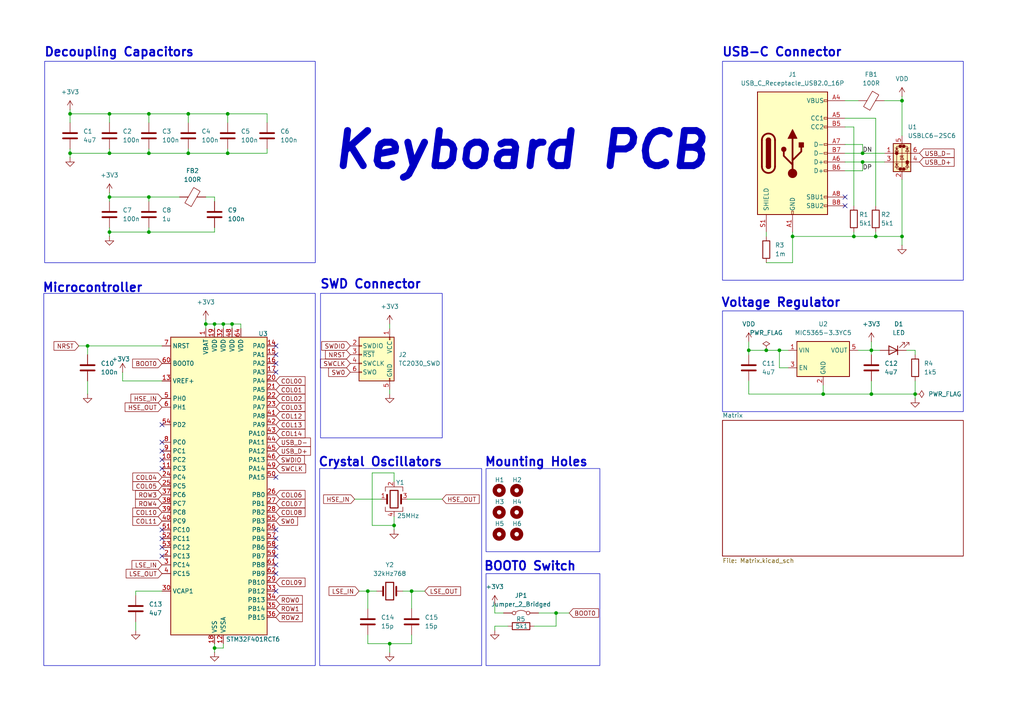
<source format=kicad_sch>
(kicad_sch (version 20231120) (generator "eeschema") (generator_version "8.0")
  (paper "A4")
  (title_block (title "Custom Keyboard") (date "2024-06-22") (rev "v1.0") (company "Sebastian Fromm") (comment 1 "Based on STM32F401"))
  (lib_symbols
    (symbol "Connector:USB_C_Receptacle_USB2.0_16P" (pin_names (offset 1.016))
      (property "Reference" "J" (at 0 22.225 0))
      (property "Value" "USB_C_Receptacle_USB2.0_16P" (at 0 19.685 0))
      (symbol "USB_C_Receptacle_USB2.0_16P_0_0"
        (rectangle (start -0.254 -17.78) (end 0.254 -16.764))
        (rectangle (start 10.16 -14.986) (end 9.144 -15.494))
        (rectangle (start 10.16 -12.446) (end 9.144 -12.954))
        (rectangle (start 10.16 -4.826) (end 9.144 -5.334))
        (rectangle (start 10.16 -2.286) (end 9.144 -2.794))
        (rectangle (start 10.16 0.254) (end 9.144 -0.254))
        (rectangle (start 10.16 2.794) (end 9.144 2.286))
        (rectangle (start 10.16 7.874) (end 9.144 7.366))
        (rectangle (start 10.16 10.414) (end 9.144 9.906))
        (rectangle (start 10.16 15.494) (end 9.144 14.986))
      )
      (symbol "USB_C_Receptacle_USB2.0_16P_0_1"
        (rectangle (start -10.16 17.78) (end 10.16 -17.78) (stroke (width 0.254)) (fill (type background)))
        (arc (start -8.89 -3.81) (mid -6.985 -5.7067) (end -5.08 -3.81) (stroke (width 0.508)))
        (arc (start -7.62 -3.81) (mid -6.985 -4.4423) (end -6.35 -3.81) (stroke (width 0.254)))
        (arc (start -7.62 -3.81) (mid -6.985 -4.4423) (end -6.35 -3.81) (stroke (width 0.254)) (fill (type outline)))
        (rectangle (start -7.62 -3.81) (end -6.35 3.81) (stroke (width 0.254)) (fill (type outline)))
        (arc (start -6.35 3.81) (mid -6.985 4.4423) (end -7.62 3.81) (stroke (width 0.254)))
        (arc (start -6.35 3.81) (mid -6.985 4.4423) (end -7.62 3.81) (stroke (width 0.254)) (fill (type outline)))
        (arc (start -5.08 3.81) (mid -6.985 5.7067) (end -8.89 3.81) (stroke (width 0.508)))
        (circle (center -2.54 1.143) (radius 0.635) (stroke (width 0.254)) (fill (type outline)))
        (circle (center 0 -5.842) (radius 1.27) (fill (type outline)))
        (polyline (pts (xy -8.89 -3.81) (xy -8.89 3.81)) (stroke (width 0.508)))
        (polyline (pts (xy -5.08 3.81) (xy -5.08 -3.81)) (stroke (width 0.508)))
        (polyline (pts (xy 0 -5.842) (xy 0 4.318)) (stroke (width 0.508)))
        (polyline (pts (xy 0 -3.302) (xy -2.54 -0.762) (xy -2.54 0.508)) (stroke (width 0.508)))
        (polyline (pts (xy 0 -2.032) (xy 2.54 0.508) (xy 2.54 1.778)) (stroke (width 0.508)))
        (polyline (pts (xy -1.27 4.318) (xy 0 6.858) (xy 1.27 4.318) (xy -1.27 4.318)) (stroke (width 0.254)) (fill (type outline)))
        (rectangle (start 1.905 1.778) (end 3.175 3.048) (stroke (width 0.254)) (fill (type outline)))
      )
      (symbol "USB_C_Receptacle_USB2.0_16P_1_1"
        (pin passive line (at 0 -22.86 90) (length 5.08) (name "GND") (number "A1"))
        (pin passive line (at 0 -22.86 90) (length 5.08) hide (name "GND") (number "A12"))
        (pin passive line (at 15.24 15.24 180) (length 5.08) (name "VBUS") (number "A4"))
        (pin bidirectional line (at 15.24 10.16 180) (length 5.08) (name "CC1") (number "A5"))
        (pin bidirectional line (at 15.24 -2.54 180) (length 5.08) (name "D+") (number "A6"))
        (pin bidirectional line (at 15.24 2.54 180) (length 5.08) (name "D-") (number "A7"))
        (pin bidirectional line (at 15.24 -12.7 180) (length 5.08) (name "SBU1") (number "A8"))
        (pin passive line (at 15.24 15.24 180) (length 5.08) hide (name "VBUS") (number "A9"))
        (pin passive line (at 0 -22.86 90) (length 5.08) hide (name "GND") (number "B1"))
        (pin passive line (at 0 -22.86 90) (length 5.08) hide (name "GND") (number "B12"))
        (pin passive line (at 15.24 15.24 180) (length 5.08) hide (name "VBUS") (number "B4"))
        (pin bidirectional line (at 15.24 7.62 180) (length 5.08) (name "CC2") (number "B5"))
        (pin bidirectional line (at 15.24 -5.08 180) (length 5.08) (name "D+") (number "B6"))
        (pin bidirectional line (at 15.24 0 180) (length 5.08) (name "D-") (number "B7"))
        (pin bidirectional line (at 15.24 -15.24 180) (length 5.08) (name "SBU2") (number "B8"))
        (pin passive line (at 15.24 15.24 180) (length 5.08) hide (name "VBUS") (number "B9"))
        (pin passive line (at -7.62 -22.86 90) (length 5.08) (name "SHIELD") (number "S1"))
      )
    )
    (symbol "Device:C" (pin_numbers hide) (pin_names (offset 0.254))
      (property "Reference" "C" (at 0.635 2.54 0))
      (property "Value" "C" (at 0.635 -2.54 0))
      (symbol "C_0_1"
        (polyline (pts (xy -2.032 -0.762) (xy 2.032 -0.762)) (stroke (width 0.508)))
        (polyline (pts (xy -2.032 0.762) (xy 2.032 0.762)) (stroke (width 0.508)))
      )
      (symbol "C_1_1"
        (pin passive line (at 0 3.81 270) (length 2.794) (name "~") (number "1"))
        (pin passive line (at 0 -3.81 90) (length 2.794) (name "~") (number "2"))
      )
    )
    (symbol "Device:Crystal" (pin_numbers hide) (pin_names (offset 1.016) hide)
      (property "Reference" "Y" (at 0 3.81 0))
      (property "Value" "Crystal" (at 0 -3.81 0))
      (symbol "Crystal_0_1"
        (rectangle (start -1.143 2.54) (end 1.143 -2.54) (stroke (width 0.3048)))
        (polyline (pts (xy -2.54 0) (xy -1.905 0)))
        (polyline (pts (xy -1.905 -1.27) (xy -1.905 1.27)) (stroke (width 0.508)))
        (polyline (pts (xy 1.905 -1.27) (xy 1.905 1.27)) (stroke (width 0.508)))
        (polyline (pts (xy 2.54 0) (xy 1.905 0)))
      )
      (symbol "Crystal_1_1"
        (pin passive line (at -3.81 0 0) (length 1.27) (name "1") (number "1"))
        (pin passive line (at 3.81 0 180) (length 1.27) (name "2") (number "2"))
      )
    )
    (symbol "Device:Crystal_GND24" (pin_names (offset 1.016) hide)
      (property "Reference" "Y" (at 3.175 5.08 0))
      (property "Value" "Crystal_GND24" (at 3.175 3.175 0))
      (symbol "Crystal_GND24_0_1"
        (rectangle (start -1.143 2.54) (end 1.143 -2.54) (stroke (width 0.3048)))
        (polyline (pts (xy -2.54 0) (xy -2.032 0)))
        (polyline (pts (xy -2.032 -1.27) (xy -2.032 1.27)) (stroke (width 0.508)))
        (polyline (pts (xy 0 -3.81) (xy 0 -3.556)))
        (polyline (pts (xy 0 3.556) (xy 0 3.81)))
        (polyline (pts (xy 2.032 -1.27) (xy 2.032 1.27)) (stroke (width 0.508)))
        (polyline (pts (xy 2.032 0) (xy 2.54 0)))
        (polyline (pts (xy -2.54 -2.286) (xy -2.54 -3.556) (xy 2.54 -3.556) (xy 2.54 -2.286)))
        (polyline (pts (xy -2.54 2.286) (xy -2.54 3.556) (xy 2.54 3.556) (xy 2.54 2.286)))
      )
      (symbol "Crystal_GND24_1_1"
        (pin passive line (at -3.81 0 0) (length 1.27) (name "1") (number "1"))
        (pin passive line (at 0 5.08 270) (length 1.27) (name "2") (number "2"))
        (pin passive line (at 3.81 0 180) (length 1.27) (name "3") (number "3"))
        (pin passive line (at 0 -5.08 90) (length 1.27) (name "4") (number "4"))
      )
    )
    (symbol "Device:FerriteBead" (pin_numbers hide) (pin_names (offset 0))
      (property "Reference" "FB" (at -3.81 0.635 90))
      (property "Value" "FerriteBead" (at 3.81 0 90))
      (symbol "FerriteBead_0_1"
        (polyline (pts (xy 0 -1.27) (xy 0 -1.2192)))
        (polyline (pts (xy 0 1.27) (xy 0 1.2954)))
        (polyline (pts (xy -2.7686 0.4064) (xy -1.7018 2.2606) (xy 2.7686 -0.3048) (xy 1.6764 -2.159) (xy -2.7686 0.4064)))
      )
      (symbol "FerriteBead_1_1"
        (pin passive line (at 0 3.81 270) (length 2.54) (name "~") (number "1"))
        (pin passive line (at 0 -3.81 90) (length 2.54) (name "~") (number "2"))
      )
    )
    (symbol "Device:LED" (pin_numbers hide) (pin_names (offset 1.016) hide)
      (property "Reference" "D" (at 0 2.54 0))
      (property "Value" "LED" (at 0 -2.54 0))
      (symbol "LED_0_1"
        (polyline (pts (xy -1.27 -1.27) (xy -1.27 1.27)) (stroke (width 0.254)))
        (polyline (pts (xy -1.27 0) (xy 1.27 0)))
        (polyline (pts (xy 1.27 -1.27) (xy 1.27 1.27) (xy -1.27 0) (xy 1.27 -1.27)) (stroke (width 0.254)))
        (polyline (pts (xy -3.048 -0.762) (xy -4.572 -2.286) (xy -3.81 -2.286) (xy -4.572 -2.286) (xy -4.572 -1.524)))
        (polyline (pts (xy -1.778 -0.762) (xy -3.302 -2.286) (xy -2.54 -2.286) (xy -3.302 -2.286) (xy -3.302 -1.524)))
      )
      (symbol "LED_1_1"
        (pin passive line (at -3.81 0 0) (length 2.54) (name "K") (number "1"))
        (pin passive line (at 3.81 0 180) (length 2.54) (name "A") (number "2"))
      )
    )
    (symbol "Device:R" (pin_numbers hide) (pin_names (offset 0))
      (property "Reference" "R" (at 2.032 0 90))
      (property "Value" "R" (at 0 0 90))
      (symbol "R_0_1"
        (rectangle (start -1.016 -2.54) (end 1.016 2.54) (stroke (width 0.254)))
      )
      (symbol "R_1_1"
        (pin passive line (at 0 3.81 270) (length 1.27) (name "~") (number "1"))
        (pin passive line (at 0 -3.81 90) (length 1.27) (name "~") (number "2"))
      )
    )
    (symbol "Jumper:Jumper_2_Bridged" (pin_numbers hide) (pin_names (offset 0) hide) (exclude_from_sim yes)
      (property "Reference" "JP" (at 0 1.905 0))
      (property "Value" "Jumper_2_Bridged" (at 0 -2.54 0))
      (symbol "Jumper_2_Bridged_0_0"
        (circle (center -2.032 0) (radius 0.508))
        (circle (center 2.032 0) (radius 0.508))
      )
      (symbol "Jumper_2_Bridged_0_1"
        (arc (start 1.524 0.254) (mid 0 0.762) (end -1.524 0.254))
      )
      (symbol "Jumper_2_Bridged_1_1"
        (pin passive line (at -5.08 0 0) (length 2.54) (name "A") (number "1"))
        (pin passive line (at 5.08 0 180) (length 2.54) (name "B") (number "2"))
      )
    )
    (symbol "MCU_ST_STM32F4:STM32F401RCTx"
      (property "Reference" "U" (at -12.7 44.45 0))
      (property "Value" "STM32F401RCTx" (at 10.16 44.45 0))
      (symbol "STM32F401RCTx_0_1"
        (rectangle (start -12.7 -43.18) (end 15.24 43.18) (stroke (width 0.254)) (fill (type background)))
      )
      (symbol "STM32F401RCTx_1_1"
        (pin power_in line (at -2.54 45.72 270) (length 2.54) (name "VBAT") (number "1"))
        (pin bidirectional line (at -15.24 7.62 0) (length 2.54) (name "PC2") (number "10"))
        (pin bidirectional line (at -15.24 5.08 0) (length 2.54) (name "PC3") (number "11"))
        (pin power_in line (at 2.54 -45.72 90) (length 2.54) (name "VSSA") (number "12"))
        (pin input line (at -15.24 30.48 0) (length 2.54) (name "VREF+") (number "13"))
        (pin bidirectional line (at 17.78 40.64 180) (length 2.54) (name "PA0") (number "14"))
        (pin bidirectional line (at 17.78 38.1 180) (length 2.54) (name "PA1") (number "15"))
        (pin bidirectional line (at 17.78 35.56 180) (length 2.54) (name "PA2") (number "16"))
        (pin bidirectional line (at 17.78 33.02 180) (length 2.54) (name "PA3") (number "17"))
        (pin power_in line (at 0 -45.72 90) (length 2.54) (name "VSS") (number "18"))
        (pin power_in line (at 0 45.72 270) (length 2.54) (name "VDD") (number "19"))
        (pin bidirectional line (at -15.24 -20.32 0) (length 2.54) (name "PC13") (number "2"))
        (pin bidirectional line (at 17.78 30.48 180) (length 2.54) (name "PA4") (number "20"))
        (pin bidirectional line (at 17.78 27.94 180) (length 2.54) (name "PA5") (number "21"))
        (pin bidirectional line (at 17.78 25.4 180) (length 2.54) (name "PA6") (number "22"))
        (pin bidirectional line (at 17.78 22.86 180) (length 2.54) (name "PA7") (number "23"))
        (pin bidirectional line (at -15.24 2.54 0) (length 2.54) (name "PC4") (number "24"))
        (pin bidirectional line (at -15.24 0 0) (length 2.54) (name "PC5") (number "25"))
        (pin bidirectional line (at 17.78 -2.54 180) (length 2.54) (name "PB0") (number "26"))
        (pin bidirectional line (at 17.78 -5.08 180) (length 2.54) (name "PB1") (number "27"))
        (pin bidirectional line (at 17.78 -7.62 180) (length 2.54) (name "PB2") (number "28"))
        (pin bidirectional line (at 17.78 -27.94 180) (length 2.54) (name "PB10") (number "29"))
        (pin bidirectional line (at -15.24 -22.86 0) (length 2.54) (name "PC14") (number "3"))
        (pin power_out line (at -15.24 -30.48 0) (length 2.54) (name "VCAP1") (number "30"))
        (pin passive line (at 0 -45.72 90) (length 2.54) hide (name "VSS") (number "31"))
        (pin power_in line (at 2.54 45.72 270) (length 2.54) (name "VDD") (number "32"))
        (pin bidirectional line (at 17.78 -30.48 180) (length 2.54) (name "PB12") (number "33"))
        (pin bidirectional line (at 17.78 -33.02 180) (length 2.54) (name "PB13") (number "34"))
        (pin bidirectional line (at 17.78 -35.56 180) (length 2.54) (name "PB14") (number "35"))
        (pin bidirectional line (at 17.78 -38.1 180) (length 2.54) (name "PB15") (number "36"))
        (pin bidirectional line (at -15.24 -2.54 0) (length 2.54) (name "PC6") (number "37"))
        (pin bidirectional line (at -15.24 -5.08 0) (length 2.54) (name "PC7") (number "38"))
        (pin bidirectional line (at -15.24 -7.62 0) (length 2.54) (name "PC8") (number "39"))
        (pin bidirectional line (at -15.24 -25.4 0) (length 2.54) (name "PC15") (number "4"))
        (pin bidirectional line (at -15.24 -10.16 0) (length 2.54) (name "PC9") (number "40"))
        (pin bidirectional line (at 17.78 20.32 180) (length 2.54) (name "PA8") (number "41"))
        (pin bidirectional line (at 17.78 17.78 180) (length 2.54) (name "PA9") (number "42"))
        (pin bidirectional line (at 17.78 15.24 180) (length 2.54) (name "PA10") (number "43"))
        (pin bidirectional line (at 17.78 12.7 180) (length 2.54) (name "PA11") (number "44"))
        (pin bidirectional line (at 17.78 10.16 180) (length 2.54) (name "PA12") (number "45"))
        (pin bidirectional line (at 17.78 7.62 180) (length 2.54) (name "PA13") (number "46"))
        (pin passive line (at 0 -45.72 90) (length 2.54) hide (name "VSS") (number "47"))
        (pin power_in line (at 5.08 45.72 270) (length 2.54) (name "VDD") (number "48"))
        (pin bidirectional line (at 17.78 5.08 180) (length 2.54) (name "PA14") (number "49"))
        (pin bidirectional line (at -15.24 25.4 0) (length 2.54) (name "PH0") (number "5"))
        (pin bidirectional line (at 17.78 2.54 180) (length 2.54) (name "PA15") (number "50"))
        (pin bidirectional line (at -15.24 -12.7 0) (length 2.54) (name "PC10") (number "51"))
        (pin bidirectional line (at -15.24 -15.24 0) (length 2.54) (name "PC11") (number "52"))
        (pin bidirectional line (at -15.24 -17.78 0) (length 2.54) (name "PC12") (number "53"))
        (pin bidirectional line (at -15.24 17.78 0) (length 2.54) (name "PD2") (number "54"))
        (pin bidirectional line (at 17.78 -10.16 180) (length 2.54) (name "PB3") (number "55"))
        (pin bidirectional line (at 17.78 -12.7 180) (length 2.54) (name "PB4") (number "56"))
        (pin bidirectional line (at 17.78 -15.24 180) (length 2.54) (name "PB5") (number "57"))
        (pin bidirectional line (at 17.78 -17.78 180) (length 2.54) (name "PB6") (number "58"))
        (pin bidirectional line (at 17.78 -20.32 180) (length 2.54) (name "PB7") (number "59"))
        (pin bidirectional line (at -15.24 22.86 0) (length 2.54) (name "PH1") (number "6"))
        (pin input line (at -15.24 35.56 0) (length 2.54) (name "BOOT0") (number "60"))
        (pin bidirectional line (at 17.78 -22.86 180) (length 2.54) (name "PB8") (number "61"))
        (pin bidirectional line (at 17.78 -25.4 180) (length 2.54) (name "PB9") (number "62"))
        (pin passive line (at 0 -45.72 90) (length 2.54) hide (name "VSS") (number "63"))
        (pin power_in line (at 7.62 45.72 270) (length 2.54) (name "VDD") (number "64"))
        (pin input line (at -15.24 40.64 0) (length 2.54) (name "NRST") (number "7"))
        (pin bidirectional line (at -15.24 12.7 0) (length 2.54) (name "PC0") (number "8"))
        (pin bidirectional line (at -15.24 10.16 0) (length 2.54) (name "PC1") (number "9"))
      )
    )
    (symbol "Mechanical:MountingHole" (pin_names (offset 1.016)) (exclude_from_sim yes) (in_bom no)
      (property "Reference" "H" (at 0 5.08 0))
      (property "Value" "MountingHole" (at 0 3.175 0))
      (symbol "MountingHole_0_1"
        (circle (center 0 0) (radius 1.27) (stroke (width 1.27)))
      )
    )
    (symbol "Power_Protection:USBLC6-2SC6" (pin_names hide)
      (property "Reference" "U" (at 0.635 5.715 0))
      (property "Value" "USBLC6-2SC6" (at 0.635 3.81 0))
      (symbol "USBLC6-2SC6_0_0"
        (circle (center -1.524 0) (radius 0.0001) (stroke (width 0.508)))
        (circle (center -0.508 -4.572) (radius 0.0001) (stroke (width 0.508)))
        (circle (center -0.508 2.032) (radius 0.0001) (stroke (width 0.508)))
        (circle (center 0.508 -4.572) (radius 0.0001) (stroke (width 0.508)))
        (circle (center 0.508 2.032) (radius 0.0001) (stroke (width 0.508)))
        (circle (center 1.524 -2.54) (radius 0.0001) (stroke (width 0.508)))
      )
      (symbol "USBLC6-2SC6_0_1"
        (polyline (pts (xy -2.54 -2.54) (xy 2.54 -2.54)))
        (polyline (pts (xy -2.54 0) (xy 2.54 0)))
        (polyline (pts (xy -2.032 -3.048) (xy -1.016 -3.048)))
        (polyline (pts (xy -1.016 1.524) (xy -2.032 1.524)))
        (polyline (pts (xy 1.016 -3.048) (xy 2.032 -3.048)))
        (polyline (pts (xy 1.016 1.524) (xy 2.032 1.524)))
        (polyline (pts (xy -0.508 -1.143) (xy -0.508 -0.762) (xy 0.508 -0.762)))
        (polyline (pts (xy -2.032 0.508) (xy -1.016 0.508) (xy -1.524 1.524) (xy -2.032 0.508)))
        (polyline (pts (xy -1.016 -4.064) (xy -2.032 -4.064) (xy -1.524 -3.048) (xy -1.016 -4.064)))
        (polyline (pts (xy 0.508 -1.778) (xy -0.508 -1.778) (xy 0 -0.762) (xy 0.508 -1.778)))
        (polyline (pts (xy 2.032 -4.064) (xy 1.016 -4.064) (xy 1.524 -3.048) (xy 2.032 -4.064)))
        (polyline (pts (xy 2.032 0.508) (xy 1.016 0.508) (xy 1.524 1.524) (xy 2.032 0.508)))
        (polyline (pts (xy 0 2.54) (xy -0.508 2.032) (xy 0.508 2.032) (xy 0 1.524) (xy 0 -4.064) (xy -0.508 -4.572) (xy 0.508 -4.572) (xy 0 -5.08)))
      )
      (symbol "USBLC6-2SC6_1_1"
        (rectangle (start -2.54 2.794) (end 2.54 -5.334) (stroke (width 0.254)) (fill (type background)))
        (polyline (pts (xy -0.508 2.032) (xy -1.524 2.032) (xy -1.524 -4.572) (xy -0.508 -4.572)))
        (polyline (pts (xy 0.508 -4.572) (xy 1.524 -4.572) (xy 1.524 2.032) (xy 0.508 2.032)))
        (pin passive line (at -5.08 0 0) (length 2.54) (name "I/O1") (number "1"))
        (pin passive line (at 0 -7.62 90) (length 2.54) (name "GND") (number "2"))
        (pin passive line (at -5.08 -2.54 0) (length 2.54) (name "I/O2") (number "3"))
        (pin passive line (at 5.08 -2.54 180) (length 2.54) (name "I/O2") (number "4"))
        (pin passive line (at 0 5.08 270) (length 2.54) (name "VBUS") (number "5"))
        (pin passive line (at 5.08 0 180) (length 2.54) (name "I/O1") (number "6"))
      )
    )
    (symbol "Regulator_Linear:MIC5365-3.3YC5"
      (property "Reference" "U" (at -6.35 6.35 0))
      (property "Value" "MIC5365-3.3YC5" (at 0 6.35 0))
      (symbol "MIC5365-3.3YC5_0_1"
        (rectangle (start -7.62 -5.08) (end 7.62 5.08) (stroke (width 0.254)) (fill (type background)))
      )
      (symbol "MIC5365-3.3YC5_1_1"
        (pin power_in line (at -10.16 2.54 0) (length 2.54) (name "VIN") (number "1"))
        (pin power_in line (at 0 -7.62 90) (length 2.54) (name "GND") (number "2"))
        (pin input line (at -10.16 -2.54 0) (length 2.54) (name "EN") (number "3"))
        (pin no_connect line (at 7.62 -2.54 180) (length 2.54) hide (name "NC") (number "4"))
        (pin power_out line (at 10.16 2.54 180) (length 2.54) (name "VOUT") (number "5"))
      )
    )
    (symbol "marbastlib-various:TC2030_SWD" (pin_names (offset 1.016))
      (property "Reference" "J" (at -3.81 -6.35 0))
      (property "Value" "TC2030_SWD" (at -10.16 8.89 0))
      (symbol "TC2030_SWD_0_1"
        (rectangle (start -3.81 7.62) (end 6.35 -5.08) (stroke (width 0.254)) (fill (type background)))
        (rectangle (start -3.048 -2.667) (end -3.81 -2.413))
        (rectangle (start -3.048 -0.127) (end -3.81 0.127))
        (rectangle (start -3.048 2.413) (end -3.81 2.667))
        (rectangle (start -3.048 4.953) (end -3.81 5.207))
        (rectangle (start 4.953 -5.08) (end 5.207 -4.318))
        (rectangle (start 4.953 6.858) (end 5.207 7.62))
      )
      (symbol "TC2030_SWD_1_1"
        (pin passive line (at 5.08 10.16 270) (length 2.54) (name "VCC") (number "1"))
        (pin passive line (at -6.35 5.08 0) (length 2.54) (name "SWDIO") (number "2"))
        (pin passive line (at -6.35 2.54 0) (length 2.54) (name "~{RST}") (number "3"))
        (pin passive line (at -6.35 0 0) (length 2.54) (name "SWCLK") (number "4"))
        (pin passive line (at 5.08 -7.62 90) (length 2.54) (name "GND") (number "5"))
        (pin passive line (at -6.35 -2.54 0) (length 2.54) (name "SWO") (number "6"))
      )
    )
    (symbol "power:+3V3" (power) (pin_numbers hide) (pin_names (offset 0) hide)
      (property "Value" "+3V3" (at 0 3.556 0))
      (symbol "+3V3_0_1"
        (polyline (pts (xy -0.762 1.27) (xy 0 2.54)))
        (polyline (pts (xy 0 0) (xy 0 2.54)))
        (polyline (pts (xy 0 2.54) (xy 0.762 1.27)))
      )
      (symbol "+3V3_1_1"
        (pin power_in line (at 0 0 90) (length 0) (name "~") (number "1"))
      )
    )
    (symbol "power:GND" (power) (pin_numbers hide) (pin_names (offset 0) hide)
      (property "Value" "GND" (at 0 -3.81 0))
      (symbol "GND_0_1"
        (polyline (pts (xy 0 0) (xy 0 -1.27) (xy 1.27 -1.27) (xy 0 -2.54) (xy -1.27 -1.27) (xy 0 -1.27)))
      )
      (symbol "GND_1_1"
        (pin power_in line (at 0 0 270) (length 0) (name "~") (number "1"))
      )
    )
    (symbol "power:PWR_FLAG" (power) (pin_numbers hide) (pin_names (offset 0) hide)
      (property "Value" "PWR_FLAG" (at 0 3.81 0))
      (symbol "PWR_FLAG_0_0"
        (pin power_out line (at 0 0 90) (length 0) (name "~") (number "1"))
      )
      (symbol "PWR_FLAG_0_1"
        (polyline (pts (xy 0 0) (xy 0 1.27) (xy -1.016 1.905) (xy 0 2.54) (xy 1.016 1.905) (xy 0 1.27)))
      )
    )
    (symbol "power:VDD" (power) (pin_numbers hide) (pin_names (offset 0) hide)
      (property "Value" "VDD" (at 0 3.556 0))
      (symbol "VDD_0_1"
        (polyline (pts (xy -0.762 1.27) (xy 0 2.54)))
        (polyline (pts (xy 0 0) (xy 0 2.54)))
        (polyline (pts (xy 0 2.54) (xy 0.762 1.27)))
      )
      (symbol "VDD_1_1"
        (pin power_in line (at 0 0 90) (length 0) (name "~") (number "1"))
      )
    )
  )
  (junction (at 254 68.58))
  (junction (at 252.73 101.6))
  (junction (at 43.18 67.31))
  (junction (at 261.62 68.58))
  (junction (at 20.32 44.45))
  (junction (at 250.19 44.45))
  (junction (at 261.62 29.21))
  (junction (at 59.69 93.98))
  (junction (at 31.75 44.45))
  (junction (at 20.32 33.02))
  (junction (at 114.3 152.4))
  (junction (at 31.75 57.15))
  (junction (at 247.65 68.58))
  (junction (at 252.73 114.3))
  (junction (at 54.61 33.02))
  (junction (at 31.75 33.02))
  (junction (at 67.31 93.98))
  (junction (at 62.23 187.96))
  (junction (at 106.68 171.45))
  (junction (at 119.38 171.45))
  (junction (at 217.17 101.6))
  (junction (at 43.18 44.45))
  (junction (at 161.29 177.8))
  (junction (at 66.04 44.45))
  (junction (at 64.77 93.98))
  (junction (at 31.75 67.31))
  (junction (at 43.18 57.15))
  (junction (at 25.4 100.33))
  (junction (at 66.04 33.02))
  (junction (at 265.43 114.3))
  (junction (at 43.18 33.02))
  (junction (at 62.23 93.98))
  (junction (at 113.03 186.69))
  (junction (at 226.06 101.6))
  (junction (at 238.76 114.3))
  (junction (at 250.19 46.99))
  (junction (at 229.87 68.58))
  (junction (at 54.61 44.45))
  (junction (at 222.25 101.6))
  (no_connect (at 80.01 102.87))
  (no_connect (at 46.99 156.21))
  (no_connect (at 80.01 105.41))
  (no_connect (at 46.99 135.89))
  (no_connect (at 80.01 171.45))
  (no_connect (at 46.99 158.75))
  (no_connect (at 245.11 59.69))
  (no_connect (at 80.01 166.37))
  (no_connect (at 80.01 163.83))
  (no_connect (at 245.11 57.15))
  (no_connect (at 46.99 128.27))
  (no_connect (at 46.99 130.81))
  (no_connect (at 80.01 153.67))
  (no_connect (at 80.01 158.75))
  (no_connect (at 46.99 123.19))
  (no_connect (at 80.01 138.43))
  (no_connect (at 80.01 156.21))
  (no_connect (at 46.99 161.29))
  (no_connect (at 80.01 100.33))
  (no_connect (at 46.99 133.35))
  (no_connect (at 46.99 153.67))
  (no_connect (at 80.01 107.95))
  (no_connect (at 80.01 161.29))
  (wire (pts (xy 62.23 187.96) (xy 64.77 187.96)))
  (wire (pts (xy 54.61 33.02) (xy 66.04 33.02)))
  (wire (pts (xy 102.87 144.78) (xy 110.49 144.78)))
  (wire (pts (xy 31.75 66.04) (xy 31.75 67.31)))
  (wire (pts (xy 143.51 182.88) (xy 143.51 181.61)))
  (wire (pts (xy 252.73 99.06) (xy 252.73 101.6)))
  (wire (pts (xy 54.61 33.02) (xy 54.61 35.56)))
  (wire (pts (xy 245.11 49.53) (xy 250.19 49.53)))
  (wire (pts (xy 245.11 41.91) (xy 250.19 41.91)))
  (wire (pts (xy 69.85 93.98) (xy 69.85 95.25)))
  (wire (pts (xy 43.18 44.45) (xy 54.61 44.45)))
  (wire (pts (xy 77.47 44.45) (xy 77.47 43.18)))
  (wire (pts (xy 59.69 57.15) (xy 62.23 57.15)))
  (wire (pts (xy 106.68 186.69) (xy 106.68 184.15)))
  (wire (pts (xy 250.19 44.45) (xy 256.54 44.45)))
  (wire (pts (xy 43.18 57.15) (xy 52.07 57.15)))
  (wire (pts (xy 59.69 93.98) (xy 59.69 95.25)))
  (wire (pts (xy 229.87 68.58) (xy 247.65 68.58)))
  (wire (pts (xy 250.19 46.99) (xy 256.54 46.99)))
  (wire (pts (xy 265.43 101.6) (xy 265.43 102.87)))
  (wire (pts (xy 20.32 33.02) (xy 31.75 33.02)))
  (wire (pts (xy 20.32 33.02) (xy 20.32 35.56)))
  (wire (pts (xy 261.62 29.21) (xy 256.54 29.21)))
  (wire (pts (xy 252.73 114.3) (xy 265.43 114.3)))
  (wire (pts (xy 62.23 187.96) (xy 62.23 189.23)))
  (wire (pts (xy 222.25 76.2) (xy 229.87 76.2)))
  (wire (pts (xy 118.11 144.78) (xy 128.27 144.78)))
  (wire (pts (xy 62.23 186.69) (xy 62.23 187.96)))
  (wire (pts (xy 62.23 57.15) (xy 62.23 58.42)))
  (wire (pts (xy 113.03 186.69) (xy 119.38 186.69)))
  (wire (pts (xy 106.68 171.45) (xy 106.68 176.53)))
  (wire (pts (xy 247.65 67.31) (xy 247.65 68.58)))
  (wire (pts (xy 143.51 177.8) (xy 146.05 177.8)))
  (wire (pts (xy 39.37 180.34) (xy 39.37 182.88)))
  (wire (pts (xy 113.03 113.03) (xy 113.03 114.3)))
  (wire (pts (xy 245.11 36.83) (xy 247.65 36.83)))
  (wire (pts (xy 245.11 46.99) (xy 250.19 46.99)))
  (wire (pts (xy 154.94 181.61) (xy 161.29 181.61)))
  (wire (pts (xy 66.04 44.45) (xy 77.47 44.45)))
  (wire (pts (xy 245.11 44.45) (xy 250.19 44.45)))
  (wire (pts (xy 238.76 114.3) (xy 238.76 111.76)))
  (wire (pts (xy 265.43 114.3) (xy 265.43 110.49)))
  (wire (pts (xy 247.65 68.58) (xy 254 68.58)))
  (wire (pts (xy 217.17 102.87) (xy 217.17 101.6)))
  (wire (pts (xy 252.73 101.6) (xy 252.73 102.87)))
  (wire (pts (xy 39.37 171.45) (xy 46.99 171.45)))
  (wire (pts (xy 31.75 57.15) (xy 31.75 58.42)))
  (wire (pts (xy 20.32 43.18) (xy 20.32 44.45)))
  (wire (pts (xy 62.23 67.31) (xy 62.23 66.04)))
  (wire (pts (xy 114.3 137.16) (xy 107.95 137.16)))
  (wire (pts (xy 226.06 106.68) (xy 228.6 106.68)))
  (wire (pts (xy 226.06 101.6) (xy 228.6 101.6)))
  (wire (pts (xy 31.75 33.02) (xy 31.75 35.56)))
  (wire (pts (xy 262.89 101.6) (xy 265.43 101.6)))
  (wire (pts (xy 20.32 44.45) (xy 20.32 45.72)))
  (wire (pts (xy 113.03 186.69) (xy 106.68 186.69)))
  (wire (pts (xy 31.75 67.31) (xy 43.18 67.31)))
  (wire (pts (xy 107.95 137.16) (xy 107.95 152.4)))
  (wire (pts (xy 113.03 93.98) (xy 113.03 95.25)))
  (wire (pts (xy 43.18 33.02) (xy 54.61 33.02)))
  (wire (pts (xy 107.95 152.4) (xy 114.3 152.4)))
  (wire (pts (xy 114.3 152.4) (xy 114.3 153.67)))
  (wire (pts (xy 62.23 93.98) (xy 62.23 95.25)))
  (wire (pts (xy 31.75 67.31) (xy 31.75 68.58)))
  (wire (pts (xy 20.32 31.75) (xy 20.32 33.02)))
  (wire (pts (xy 43.18 43.18) (xy 43.18 44.45)))
  (wire (pts (xy 54.61 44.45) (xy 66.04 44.45)))
  (wire (pts (xy 114.3 139.7) (xy 114.3 137.16)))
  (wire (pts (xy 217.17 99.06) (xy 217.17 101.6)))
  (wire (pts (xy 35.56 107.95) (xy 35.56 110.49)))
  (wire (pts (xy 59.69 93.98) (xy 62.23 93.98)))
  (wire (pts (xy 77.47 33.02) (xy 77.47 35.56)))
  (wire (pts (xy 265.43 114.3) (xy 265.43 115.57)))
  (wire (pts (xy 31.75 55.88) (xy 31.75 57.15)))
  (wire (pts (xy 35.56 110.49) (xy 46.99 110.49)))
  (wire (pts (xy 238.76 114.3) (xy 252.73 114.3)))
  (wire (pts (xy 114.3 149.86) (xy 114.3 152.4)))
  (wire (pts (xy 143.51 181.61) (xy 147.32 181.61)))
  (wire (pts (xy 245.11 29.21) (xy 248.92 29.21)))
  (wire (pts (xy 250.19 49.53) (xy 250.19 46.99)))
  (wire (pts (xy 254 34.29) (xy 254 59.69)))
  (wire (pts (xy 43.18 67.31) (xy 43.18 66.04)))
  (wire (pts (xy 66.04 33.02) (xy 77.47 33.02)))
  (wire (pts (xy 252.73 114.3) (xy 252.73 110.49)))
  (wire (pts (xy 261.62 68.58) (xy 261.62 71.12)))
  (wire (pts (xy 59.69 92.71) (xy 59.69 93.98)))
  (wire (pts (xy 67.31 93.98) (xy 67.31 95.25)))
  (wire (pts (xy 43.18 67.31) (xy 62.23 67.31)))
  (wire (pts (xy 229.87 68.58) (xy 229.87 67.31)))
  (wire (pts (xy 64.77 93.98) (xy 64.77 95.25)))
  (wire (pts (xy 252.73 101.6) (xy 255.27 101.6)))
  (wire (pts (xy 250.19 41.91) (xy 250.19 44.45)))
  (wire (pts (xy 104.14 171.45) (xy 106.68 171.45)))
  (wire (pts (xy 54.61 43.18) (xy 54.61 44.45)))
  (wire (pts (xy 31.75 57.15) (xy 43.18 57.15)))
  (wire (pts (xy 247.65 36.83) (xy 247.65 59.69)))
  (wire (pts (xy 226.06 101.6) (xy 226.06 106.68)))
  (wire (pts (xy 119.38 171.45) (xy 123.19 171.45)))
  (wire (pts (xy 62.23 93.98) (xy 64.77 93.98)))
  (wire (pts (xy 66.04 43.18) (xy 66.04 44.45)))
  (wire (pts (xy 67.31 93.98) (xy 69.85 93.98)))
  (wire (pts (xy 229.87 76.2) (xy 229.87 68.58)))
  (wire (pts (xy 161.29 177.8) (xy 165.1 177.8)))
  (wire (pts (xy 20.32 44.45) (xy 31.75 44.45)))
  (wire (pts (xy 222.25 67.31) (xy 222.25 68.58)))
  (wire (pts (xy 261.62 29.21) (xy 261.62 39.37)))
  (wire (pts (xy 245.11 34.29) (xy 254 34.29)))
  (wire (pts (xy 31.75 33.02) (xy 43.18 33.02)))
  (wire (pts (xy 217.17 101.6) (xy 222.25 101.6)))
  (wire (pts (xy 64.77 187.96) (xy 64.77 186.69)))
  (wire (pts (xy 217.17 114.3) (xy 238.76 114.3)))
  (wire (pts (xy 248.92 101.6) (xy 252.73 101.6)))
  (wire (pts (xy 39.37 172.72) (xy 39.37 171.45)))
  (wire (pts (xy 261.62 68.58) (xy 261.62 52.07)))
  (wire (pts (xy 254 67.31) (xy 254 68.58)))
  (wire (pts (xy 161.29 181.61) (xy 161.29 177.8)))
  (wire (pts (xy 143.51 175.26) (xy 143.51 177.8)))
  (wire (pts (xy 66.04 33.02) (xy 66.04 35.56)))
  (wire (pts (xy 25.4 100.33) (xy 46.99 100.33)))
  (wire (pts (xy 43.18 57.15) (xy 43.18 58.42)))
  (wire (pts (xy 254 68.58) (xy 261.62 68.58)))
  (wire (pts (xy 22.86 100.33) (xy 25.4 100.33)))
  (wire (pts (xy 217.17 110.49) (xy 217.17 114.3)))
  (wire (pts (xy 31.75 43.18) (xy 31.75 44.45)))
  (wire (pts (xy 31.75 44.45) (xy 43.18 44.45)))
  (wire (pts (xy 261.62 27.94) (xy 261.62 29.21)))
  (wire (pts (xy 106.68 171.45) (xy 109.22 171.45)))
  (wire (pts (xy 222.25 101.6) (xy 226.06 101.6)))
  (wire (pts (xy 113.03 189.23) (xy 113.03 186.69)))
  (wire (pts (xy 119.38 171.45) (xy 119.38 176.53)))
  (wire (pts (xy 64.77 93.98) (xy 67.31 93.98)))
  (wire (pts (xy 116.84 171.45) (xy 119.38 171.45)))
  (wire (pts (xy 156.21 177.8) (xy 161.29 177.8)))
  (wire (pts (xy 25.4 110.49) (xy 25.4 114.3)))
  (wire (pts (xy 119.38 186.69) (xy 119.38 184.15)))
  (wire (pts (xy 43.18 33.02) (xy 43.18 35.56)))
  (wire (pts (xy 25.4 102.87) (xy 25.4 100.33)))
  (rectangle (start 140.97 135.89) (end 173.99 160.02))
  (rectangle (start 140.97 166.37) (end 173.99 193.04))
  (rectangle (start 12.954 17.78) (end 91.44 76.2))
  (rectangle (start 209.55 90.17) (end 279.4 119.38))
  (rectangle (start 12.7 85.09) (end 91.44 193.04))
  (rectangle (start 92.71 135.89) (end 139.7 193.04))
  (rectangle (start 92.964 85.09) (end 128.27 127))
  (rectangle (start 209.55 17.78) (end 279.4 81.28))
  (text "Mounting Holes" (at 140.462 134.112 0) (effects (font (size 2.54 2.54) (thickness 0.508) (bold yes)) (justify left)))
  (text "Microcontroller" (at 12.192 83.566 0) (effects (font (size 2.54 2.54) (thickness 0.508) (bold yes)) (justify left)))
  (text "SWD Connector" (at 92.71 82.55 0) (effects (font (size 2.54 2.54) (thickness 0.508) (bold yes)) (justify left)))
  (text "Crystal Oscillators" (at 92.202 134.112 0) (effects (font (size 2.54 2.54) (thickness 0.508) (bold yes)) (justify left)))
  (text "USB-C Connector" (at 209.296 15.24 0) (effects (font (size 2.54 2.54) (thickness 0.508) (bold yes)) (justify left)))
  (text "Keyboard PCB" (at 151.13 43.688 0) (effects (font (size 10.16 10.16) (thickness 2.032) (bold yes) (italic yes))))
  (text "Voltage Regulator" (at 209.042 87.884 0) (effects (font (size 2.54 2.54) (thickness 0.508) (bold yes)) (justify left)))
  (text "Decoupling Capacitors" (at 12.7 15.24 0) (effects (font (size 2.54 2.54) (thickness 0.508) (bold yes)) (justify left)))
  (text "BOOT0 Switch\n" (at 140.208 164.338 0) (effects (font (size 2.54 2.54) (thickness 0.508) (bold yes)) (justify left)))
  (label "DP" (at 250.19 49.53 0))
  (label "DN" (at 250.19 44.45 0))
  (global_label "COL10" (shape input) (at 46.99 148.59 180) (property "Intersheetrefs" "${INTERSHEET_REFS}" (effects (hide yes))))
  (global_label "COL13" (shape input) (at 80.01 123.19 0) (property "Intersheetrefs" "${INTERSHEET_REFS}" (effects (hide yes))))
  (global_label "COL11" (shape input) (at 46.99 151.13 180) (property "Intersheetrefs" "${INTERSHEET_REFS}" (effects (hide yes))))
  (global_label "HSE_IN" (shape input) (at 46.99 115.57 180) (property "Intersheetrefs" "${INTERSHEET_REFS}" (effects (hide yes))))
  (global_label "SWCLK" (shape input) (at 101.6 105.41 180) (property "Intersheetrefs" "${INTERSHEET_REFS}" (effects (hide yes))))
  (global_label "COL12" (shape input) (at 80.01 120.65 0) (property "Intersheetrefs" "${INTERSHEET_REFS}" (effects (hide yes))))
  (global_label "COL00" (shape input) (at 80.01 110.49 0) (property "Intersheetrefs" "${INTERSHEET_REFS}" (effects (hide yes))))
  (global_label "ROW3" (shape input) (at 46.99 143.51 180) (property "Intersheetrefs" "${INTERSHEET_REFS}" (effects (hide yes))))
  (global_label "USB_D-" (shape input) (at 80.01 128.27 0) (property "Intersheetrefs" "${INTERSHEET_REFS}" (effects (hide yes))))
  (global_label "ROW0" (shape input) (at 80.01 173.99 0) (property "Intersheetrefs" "${INTERSHEET_REFS}" (effects (hide yes))))
  (global_label "NRST" (shape input) (at 22.86 100.33 180) (property "Intersheetrefs" "${INTERSHEET_REFS}" (effects (hide yes))))
  (global_label "ROW2" (shape input) (at 80.01 179.07 0) (property "Intersheetrefs" "${INTERSHEET_REFS}" (effects (hide yes))))
  (global_label "COL06" (shape input) (at 80.01 143.51 0) (property "Intersheetrefs" "${INTERSHEET_REFS}" (effects (hide yes))))
  (global_label "COL08" (shape input) (at 80.01 148.59 0) (property "Intersheetrefs" "${INTERSHEET_REFS}" (effects (hide yes))))
  (global_label "USB_D+" (shape input) (at 80.01 130.81 0) (property "Intersheetrefs" "${INTERSHEET_REFS}" (effects (hide yes))))
  (global_label "SWDIO" (shape input) (at 101.6 100.33 180) (property "Intersheetrefs" "${INTERSHEET_REFS}" (effects (hide yes))))
  (global_label "LSE_OUT" (shape input) (at 46.99 166.37 180) (property "Intersheetrefs" "${INTERSHEET_REFS}" (effects (hide yes))))
  (global_label "COL04" (shape input) (at 46.99 138.43 180) (property "Intersheetrefs" "${INTERSHEET_REFS}" (effects (hide yes))))
  (global_label "HSE_IN" (shape input) (at 102.87 144.78 180) (property "Intersheetrefs" "${INTERSHEET_REFS}" (effects (hide yes))))
  (global_label "SW0" (shape input) (at 80.01 151.13 0) (property "Intersheetrefs" "${INTERSHEET_REFS}" (effects (hide yes))))
  (global_label "COL05" (shape input) (at 46.99 140.97 180) (property "Intersheetrefs" "${INTERSHEET_REFS}" (effects (hide yes))))
  (global_label "SW0" (shape input) (at 101.6 107.95 180) (property "Intersheetrefs" "${INTERSHEET_REFS}" (effects (hide yes))))
  (global_label "COL03" (shape input) (at 80.01 118.11 0) (property "Intersheetrefs" "${INTERSHEET_REFS}" (effects (hide yes))))
  (global_label "HSE_OUT" (shape input) (at 128.27 144.78 0) (property "Intersheetrefs" "${INTERSHEET_REFS}" (effects (hide yes))))
  (global_label "NRST" (shape input) (at 101.6 102.87 180) (property "Intersheetrefs" "${INTERSHEET_REFS}" (effects (hide yes))))
  (global_label "COL01" (shape input) (at 80.01 113.03 0) (property "Intersheetrefs" "${INTERSHEET_REFS}" (effects (hide yes))))
  (global_label "SWDIO" (shape input) (at 80.01 133.35 0) (property "Intersheetrefs" "${INTERSHEET_REFS}" (effects (hide yes))))
  (global_label "BOOT0" (shape input) (at 46.99 105.41 180) (property "Intersheetrefs" "${INTERSHEET_REFS}" (effects (hide yes))))
  (global_label "LSE_IN" (shape input) (at 46.99 163.83 180) (property "Intersheetrefs" "${INTERSHEET_REFS}" (effects (hide yes))))
  (global_label "LSE_OUT" (shape input) (at 123.19 171.45 0) (property "Intersheetrefs" "${INTERSHEET_REFS}" (effects (hide yes))))
  (global_label "ROW4" (shape input) (at 46.99 146.05 180) (property "Intersheetrefs" "${INTERSHEET_REFS}" (effects (hide yes))))
  (global_label "USB_D+" (shape input) (at 266.7 46.99 0) (property "Intersheetrefs" "${INTERSHEET_REFS}" (effects (hide yes))))
  (global_label "HSE_OUT" (shape input) (at 46.99 118.11 180) (property "Intersheetrefs" "${INTERSHEET_REFS}" (effects (hide yes))))
  (global_label "SWCLK" (shape input) (at 80.01 135.89 0) (property "Intersheetrefs" "${INTERSHEET_REFS}" (effects (hide yes))))
  (global_label "LSE_IN" (shape input) (at 104.14 171.45 180) (property "Intersheetrefs" "${INTERSHEET_REFS}" (effects (hide yes))))
  (global_label "COL07" (shape input) (at 80.01 146.05 0) (property "Intersheetrefs" "${INTERSHEET_REFS}" (effects (hide yes))))
  (global_label "COL14" (shape input) (at 80.01 125.73 0) (property "Intersheetrefs" "${INTERSHEET_REFS}" (effects (hide yes))))
  (global_label "ROW1" (shape input) (at 80.01 176.53 0) (property "Intersheetrefs" "${INTERSHEET_REFS}" (effects (hide yes))))
  (global_label "COL02" (shape input) (at 80.01 115.57 0) (property "Intersheetrefs" "${INTERSHEET_REFS}" (effects (hide yes))))
  (global_label "BOOT0" (shape input) (at 165.1 177.8 0) (property "Intersheetrefs" "${INTERSHEET_REFS}" (effects (hide yes))))
  (global_label "COL09" (shape input) (at 80.01 168.91 0) (property "Intersheetrefs" "${INTERSHEET_REFS}" (effects (hide yes))))
  (global_label "USB_D-" (shape input) (at 266.7 44.45 0) (property "Intersheetrefs" "${INTERSHEET_REFS}" (effects (hide yes))))
  (symbol (lib_id "Mechanical:MountingHole") (at 144.78 148.59 0) (unit 1) (exclude_from_sim yes) (in_bom no)
    (property "Reference" "H3" (at 143.51 145.542 0) (effects (justify left)))
    (property "Value" "MountingHole" (effects (hide yes)))
    (property "Footprint" "MountingHole:MountingHole_2.2mm_M2" (effects (hide yes)))
    (property "Description" "Mounting Hole without connection" (effects (hide yes)))
  )
  (symbol (lib_id "power:+3V3") (at 113.03 93.98 0) (unit 1)
    (property "Reference" "#PWR08" (effects (hide yes)))
    (property "Value" "+3V3" (at 113.03 88.9 0))
    (property "Description" "Power symbol creates a global label with name \"+3V3\"" (effects (hide yes)))
  )
  (symbol (lib_id "power:GND") (at 39.37 182.88 0) (unit 1)
    (property "Reference" "#PWR017" (effects (hide yes)))
    (property "Value" "GND" (effects (hide yes)))
    (property "Description" "Power symbol creates a global label with name \"GND\" , ground" (effects (hide yes)))
  )
  (symbol (lib_id "power:PWR_FLAG") (at 222.25 101.6 0) (unit 1)
    (property "Reference" "#FLG01" (effects (hide yes)))
    (property "Value" "PWR_FLAG" (at 222.25 96.52 0))
    (property "Description" "Special symbol for telling ERC where power comes from" (effects (hide yes)))
  )
  (symbol (lib_id "Device:C") (at 39.37 176.53 0) (unit 1)
    (property "Reference" "C13" (at 43.18 175.2599 0) (effects (justify left)))
    (property "Value" "4u7" (at 43.18 177.7999 0) (effects (justify left)))
    (property "Footprint" "Capacitor_SMD:C_0805_2012Metric" (effects (hide yes)))
    (property "Description" "Unpolarized capacitor" (effects (hide yes)))
  )
  (symbol (lib_id "Mechanical:MountingHole") (at 144.78 142.24 0) (unit 1) (exclude_from_sim yes) (in_bom no)
    (property "Reference" "H1" (at 143.51 139.192 0) (effects (justify left)))
    (property "Value" "MountingHole" (effects (hide yes)))
    (property "Footprint" "MountingHole:MountingHole_2.2mm_M2" (effects (hide yes)))
    (property "Description" "Mounting Hole without connection" (effects (hide yes)))
  )
  (symbol (lib_id "Device:FerriteBead") (at 252.73 29.21 90) (unit 1)
    (property "Reference" "FB1" (at 252.6792 21.59 90))
    (property "Value" "100R" (at 252.6792 24.13 90))
    (property "Footprint" "Inductor_SMD:L_1206_3216Metric" (effects (hide yes)))
    (property "Description" "Ferrite bead" (effects (hide yes)))
  )
  (symbol (lib_id "Power_Protection:USBLC6-2SC6") (at 261.62 44.45 0) (unit 1)
    (property "Reference" "U1" (at 263.2711 36.83 0) (effects (justify left)))
    (property "Value" "USBLC6-2SC6" (at 263.2711 39.37 0) (effects (justify left)))
    (property "Footprint" "Package_TO_SOT_SMD:SOT-23-6" (effects (hide yes)))
    (property "Datasheet" "https://www.st.com/resource/en/datasheet/usblc6-2.pdf" (effects (hide yes)))
    (property "Description" "Very low capacitance ESD protection diode, 2 data-line, SOT-23-6" (effects (hide yes)))
  )
  (symbol (lib_id "Device:C") (at 43.18 39.37 0) (unit 1)
    (property "Reference" "C3" (at 46.99 38.0999 0) (effects (justify left)))
    (property "Value" "100n" (at 46.99 40.6399 0) (effects (justify left)))
    (property "Footprint" "Capacitor_SMD:C_0805_2012Metric" (effects (hide yes)))
    (property "Description" "Unpolarized capacitor" (effects (hide yes)))
  )
  (symbol (lib_id "Device:R") (at 151.13 181.61 90) (unit 1)
    (property "Reference" "R5" (at 152.4 179.578 90) (effects (justify left)))
    (property "Value" "5k1" (at 153.162 181.61 90) (effects (justify left)))
    (property "Footprint" "Resistor_SMD:R_1206_3216Metric" (effects (hide yes)))
    (property "Description" "Resistor" (effects (hide yes)))
  )
  (symbol (lib_id "Device:C") (at 106.68 180.34 0) (unit 1)
    (property "Reference" "C14" (at 110.49 179.0699 0) (effects (justify left)))
    (property "Value" "15p" (at 110.49 181.6099 0) (effects (justify left)))
    (property "Footprint" "Capacitor_SMD:C_0805_2012Metric" (effects (hide yes)))
    (property "Description" "Unpolarized capacitor" (effects (hide yes)))
  )
  (symbol (lib_id "Mechanical:MountingHole") (at 149.86 142.24 0) (unit 1) (exclude_from_sim yes) (in_bom no)
    (property "Reference" "H2" (at 148.59 139.192 0) (effects (justify left)))
    (property "Value" "MountingHole" (effects (hide yes)))
    (property "Footprint" "MountingHole:MountingHole_2.2mm_M2" (effects (hide yes)))
    (property "Description" "Mounting Hole without connection" (effects (hide yes)))
  )
  (symbol (lib_id "Connector:USB_C_Receptacle_USB2.0_16P") (at 229.87 44.45 0) (unit 1)
    (property "Reference" "J1" (at 229.87 21.59 0))
    (property "Value" "USB_C_Receptacle_USB2.0_16P" (at 229.87 24.13 0))
    (property "Footprint" "marbastlib-various:USB_C_Receptacle_HRO_TYPE-C-31-M-12" (effects (hide yes)))
    (property "Datasheet" "https://www.usb.org/sites/default/files/documents/usb_type-c.zip" (effects (hide yes)))
    (property "Description" "USB 2.0-only 16P Type-C Receptacle connector" (effects (hide yes)))
  )
  (symbol (lib_id "power:VDD") (at 217.17 99.06 0) (unit 1)
    (property "Reference" "#PWR09" (effects (hide yes)))
    (property "Value" "VDD" (at 217.17 93.98 0))
    (property "Description" "Power symbol creates a global label with name \"VDD\"" (effects (hide yes)))
  )
  (symbol (lib_id "Device:C") (at 119.38 180.34 0) (unit 1)
    (property "Reference" "C15" (at 123.19 179.0699 0) (effects (justify left)))
    (property "Value" "15p" (at 123.19 181.6099 0) (effects (justify left)))
    (property "Footprint" "Capacitor_SMD:C_0805_2012Metric" (effects (hide yes)))
    (property "Description" "Unpolarized capacitor" (effects (hide yes)))
  )
  (symbol (lib_id "power:+3V3") (at 35.56 107.95 0) (unit 1)
    (property "Reference" "#PWR011" (effects (hide yes)))
    (property "Value" "+3V3" (at 35.052 104.14 0))
    (property "Description" "Power symbol creates a global label with name \"+3V3\"" (effects (hide yes)))
  )
  (symbol (lib_id "Device:C") (at 20.32 39.37 0) (unit 1)
    (property "Reference" "C1" (at 24.13 38.0999 0) (effects (justify left)))
    (property "Value" "4u7" (at 24.13 40.6399 0) (effects (justify left)))
    (property "Footprint" "Capacitor_SMD:C_0805_2012Metric" (effects (hide yes)))
    (property "Description" "Unpolarized capacitor" (effects (hide yes)))
  )
  (symbol (lib_id "power:GND") (at 261.62 71.12 0) (unit 1)
    (property "Reference" "#PWR06" (effects (hide yes)))
    (property "Value" "GND" (effects (hide yes)))
    (property "Description" "Power symbol creates a global label with name \"GND\" , ground" (effects (hide yes)))
  )
  (symbol (lib_id "power:PWR_FLAG") (at 265.43 114.3 270) (unit 1)
    (property "Reference" "#FLG02" (effects (hide yes)))
    (property "Value" "PWR_FLAG" (at 269.24 114.2999 90) (effects (justify left)))
    (property "Description" "Special symbol for telling ERC where power comes from" (effects (hide yes)))
  )
  (symbol (lib_id "Mechanical:MountingHole") (at 149.86 154.94 0) (unit 1) (exclude_from_sim yes) (in_bom no)
    (property "Reference" "H6" (at 148.59 151.892 0) (effects (justify left)))
    (property "Value" "MountingHole" (effects (hide yes)))
    (property "Footprint" "MountingHole:MountingHole_2.2mm_M2" (effects (hide yes)))
    (property "Description" "Mounting Hole without connection" (effects (hide yes)))
  )
  (symbol (lib_id "power:GND") (at 25.4 114.3 0) (unit 1)
    (property "Reference" "#PWR012" (effects (hide yes)))
    (property "Value" "GND" (effects (hide yes)))
    (property "Description" "Power symbol creates a global label with name \"GND\" , ground" (effects (hide yes)))
  )
  (symbol (lib_id "power:VDD") (at 261.62 27.94 0) (unit 1)
    (property "Reference" "#PWR01" (effects (hide yes)))
    (property "Value" "VDD" (at 261.62 22.86 0))
    (property "Description" "Power symbol creates a global label with name \"VDD\"" (effects (hide yes)))
  )
  (symbol (lib_id "Device:C") (at 77.47 39.37 0) (unit 1)
    (property "Reference" "C6" (at 81.28 38.0999 0) (effects (justify left)))
    (property "Value" "100n" (at 81.28 40.6399 0) (effects (justify left)))
    (property "Footprint" "Capacitor_SMD:C_0805_2012Metric" (effects (hide yes)))
    (property "Description" "Unpolarized capacitor" (effects (hide yes)))
  )
  (symbol (lib_id "power:GND") (at 113.03 114.3 0) (unit 1)
    (property "Reference" "#PWR013" (effects (hide yes)))
    (property "Value" "GND" (effects (hide yes)))
    (property "Description" "Power symbol creates a global label with name \"GND\" , ground" (effects (hide yes)))
  )
  (symbol (lib_id "Device:C") (at 31.75 62.23 0) (unit 1)
    (property "Reference" "C7" (at 35.56 60.9599 0) (effects (justify left)))
    (property "Value" "100n" (at 35.56 63.4999 0) (effects (justify left)))
    (property "Footprint" "Capacitor_SMD:C_0805_2012Metric" (effects (hide yes)))
    (property "Description" "Unpolarized capacitor" (effects (hide yes)))
  )
  (symbol (lib_id "Device:R") (at 222.25 72.39 0) (unit 1)
    (property "Reference" "R3" (at 224.79 71.1199 0) (effects (justify left)))
    (property "Value" "1m" (at 224.79 73.6599 0) (effects (justify left)))
    (property "Footprint" "Resistor_SMD:R_1206_3216Metric" (effects (hide yes)))
    (property "Description" "Resistor" (effects (hide yes)))
  )
  (symbol (lib_id "Device:C") (at 31.75 39.37 0) (unit 1)
    (property "Reference" "C2" (at 35.56 38.0999 0) (effects (justify left)))
    (property "Value" "100n" (at 35.56 40.6399 0) (effects (justify left)))
    (property "Footprint" "Capacitor_SMD:C_0805_2012Metric" (effects (hide yes)))
    (property "Description" "Unpolarized capacitor" (effects (hide yes)))
  )
  (symbol (lib_id "Device:Crystal") (at 113.03 171.45 0) (unit 1)
    (property "Reference" "Y2" (at 113.03 163.83 0))
    (property "Value" "32kHz768" (at 113.03 166.37 0))
    (property "Footprint" "Crystal:Crystal_SMD_3215-2Pin_3.2x1.5mm" (effects (hide yes)))
    (property "Description" "Two pin crystal" (effects (hide yes)))
  )
  (symbol (lib_id "Device:R") (at 265.43 106.68 0) (unit 1)
    (property "Reference" "R4" (at 267.97 105.4099 0) (effects (justify left)))
    (property "Value" "1k5" (at 267.97 107.9499 0) (effects (justify left)))
    (property "Footprint" "Resistor_SMD:R_1206_3216Metric" (effects (hide yes)))
    (property "Description" "Resistor" (effects (hide yes)))
  )
  (symbol (lib_id "Device:C") (at 252.73 106.68 0) (unit 1)
    (property "Reference" "C12" (at 256.54 105.4099 0) (effects (justify left)))
    (property "Value" "4u7" (at 256.54 107.9499 0) (effects (justify left)))
    (property "Footprint" "Capacitor_SMD:C_0805_2012Metric" (effects (hide yes)))
    (property "Description" "Unpolarized capacitor" (effects (hide yes)))
  )
  (symbol (lib_id "Device:C") (at 217.17 106.68 0) (unit 1)
    (property "Reference" "C11" (at 220.98 105.4099 0) (effects (justify left)))
    (property "Value" "4u7" (at 220.98 107.9499 0) (effects (justify left)))
    (property "Footprint" "Capacitor_SMD:C_0805_2012Metric" (effects (hide yes)))
    (property "Description" "Unpolarized capacitor" (effects (hide yes)))
  )
  (symbol (lib_id "Device:C") (at 43.18 62.23 0) (unit 1)
    (property "Reference" "C8" (at 46.99 60.9599 0) (effects (justify left)))
    (property "Value" "1u" (at 46.99 63.4999 0) (effects (justify left)))
    (property "Footprint" "Capacitor_SMD:C_0805_2012Metric" (effects (hide yes)))
    (property "Description" "Unpolarized capacitor" (effects (hide yes)))
  )
  (symbol (lib_id "marbastlib-various:TC2030_SWD") (at 107.95 105.41 0) (unit 1)
    (property "Reference" "J2" (at 115.57 102.8699 0) (effects (justify left)))
    (property "Value" "TC2030_SWD" (at 115.57 105.4099 0) (effects (justify left)))
    (property "Footprint" "Connector_IDC:IDC-Header_2x03_P2.54mm_Horizontal" (effects (hide yes)))
    (property "Datasheet" " ~" (effects (hide yes)))
    (property "Description" "6-pin TC2030 connector for SWD programming" (effects (hide yes)))
  )
  (symbol (lib_id "Device:FerriteBead") (at 55.88 57.15 90) (unit 1)
    (property "Reference" "FB2" (at 55.8292 49.53 90))
    (property "Value" "100R" (at 55.8292 52.07 90))
    (property "Footprint" "Inductor_SMD:L_1206_3216Metric" (effects (hide yes)))
    (property "Description" "Ferrite bead" (effects (hide yes)))
  )
  (symbol (lib_id "Device:LED") (at 259.08 101.6 180) (unit 1)
    (property "Reference" "D1" (at 260.6675 93.98 0))
    (property "Value" "LED" (at 260.6675 96.52 0))
    (property "Footprint" "LED_SMD:LED_1206_3216Metric" (effects (hide yes)))
    (property "Description" "Light emitting diode" (effects (hide yes)))
  )
  (symbol (lib_id "Device:R") (at 247.65 63.5 0) (unit 1)
    (property "Reference" "R1" (at 249.174 62.23 0) (effects (justify left)))
    (property "Value" "5k1" (at 249.174 64.77 0) (effects (justify left)))
    (property "Footprint" "Resistor_SMD:R_1206_3216Metric" (effects (hide yes)))
    (property "Description" "Resistor" (effects (hide yes)))
  )
  (symbol (lib_id "power:+3V3") (at 31.75 55.88 0) (unit 1)
    (property "Reference" "#PWR04" (effects (hide yes)))
    (property "Value" "+3V3" (at 31.75 50.8 0))
    (property "Description" "Power symbol creates a global label with name \"+3V3\"" (effects (hide yes)))
  )
  (symbol (lib_id "Regulator_Linear:MIC5365-3.3YC5") (at 238.76 104.14 0) (unit 1)
    (property "Reference" "U2" (at 238.76 93.98 0))
    (property "Value" "MIC5365-3.3YC5" (at 238.76 96.52 0))
    (property "Footprint" "Package_TO_SOT_SMD:SOT-353_SC-70-5" (effects (hide yes)))
    (property "Datasheet" "http://ww1.microchip.com/downloads/en/DeviceDoc/mic5365.pdf" (effects (hide yes)))
    (property "Description" "150mA Low-dropout Voltage Regulator, Vout 3.3V, Vin up to 5.5V, SC-70-5" (effects (hide yes)))
  )
  (symbol (lib_id "power:GND") (at 20.32 45.72 0) (unit 1)
    (property "Reference" "#PWR03" (effects (hide yes)))
    (property "Value" "GND" (effects (hide yes)))
    (property "Description" "Power symbol creates a global label with name \"GND\" , ground" (effects (hide yes)))
  )
  (symbol (lib_id "power:GND") (at 113.03 189.23 0) (unit 1)
    (property "Reference" "#PWR020" (effects (hide yes)))
    (property "Value" "GND" (effects (hide yes)))
    (property "Description" "Power symbol creates a global label with name \"GND\" , ground" (effects (hide yes)))
  )
  (symbol (lib_id "Device:R") (at 254 63.5 0) (unit 1)
    (property "Reference" "R2" (at 255.524 62.23 0) (effects (justify left)))
    (property "Value" "5k1" (at 255.524 64.77 0) (effects (justify left)))
    (property "Footprint" "Resistor_SMD:R_1206_3216Metric" (effects (hide yes)))
    (property "Description" "Resistor" (effects (hide yes)))
  )
  (symbol (lib_id "power:+3V3") (at 20.32 31.75 0) (unit 1)
    (property "Reference" "#PWR02" (effects (hide yes)))
    (property "Value" "+3V3" (at 20.32 26.67 0))
    (property "Description" "Power symbol creates a global label with name \"+3V3\"" (effects (hide yes)))
  )
  (symbol (lib_id "power:GND") (at 265.43 115.57 0) (unit 1)
    (property "Reference" "#PWR014" (effects (hide yes)))
    (property "Value" "GND" (effects (hide yes)))
    (property "Description" "Power symbol creates a global label with name \"GND\" , ground" (effects (hide yes)))
  )
  (symbol (lib_id "Device:C") (at 25.4 106.68 0) (unit 1)
    (property "Reference" "C10" (at 29.21 105.4099 0) (effects (justify left)))
    (property "Value" "100n" (at 29.21 107.9499 0) (effects (justify left)))
    (property "Footprint" "Capacitor_SMD:C_0805_2012Metric" (effects (hide yes)))
    (property "Description" "Unpolarized capacitor" (effects (hide yes)))
  )
  (symbol (lib_id "Jumper:Jumper_2_Bridged") (at 151.13 177.8 0) (unit 1) (exclude_from_sim yes)
    (property "Reference" "JP1" (at 151.13 172.72 0))
    (property "Value" "Jumper_2_Bridged" (at 151.13 175.26 0))
    (property "Footprint" "TestPoint:TestPoint_2Pads_Pitch2.54mm_Drill0.8mm" (effects (hide yes)))
    (property "Description" "Jumper, 2-pole, closed/bridged" (effects (hide yes)))
  )
  (symbol (lib_id "power:+3V3") (at 252.73 99.06 0) (unit 1)
    (property "Reference" "#PWR010" (effects (hide yes)))
    (property "Value" "+3V3" (at 252.73 93.98 0))
    (property "Description" "Power symbol creates a global label with name \"+3V3\"" (effects (hide yes)))
  )
  (symbol (lib_id "Device:C") (at 54.61 39.37 0) (unit 1)
    (property "Reference" "C4" (at 58.42 38.0999 0) (effects (justify left)))
    (property "Value" "100n" (at 58.42 40.6399 0) (effects (justify left)))
    (property "Footprint" "Capacitor_SMD:C_0805_2012Metric" (effects (hide yes)))
    (property "Description" "Unpolarized capacitor" (effects (hide yes)))
  )
  (symbol (lib_id "power:GND") (at 62.23 189.23 0) (unit 1)
    (property "Reference" "#PWR019" (effects (hide yes)))
    (property "Value" "GND" (effects (hide yes)))
    (property "Description" "Power symbol creates a global label with name \"GND\" , ground" (effects (hide yes)))
  )
  (symbol (lib_id "Mechanical:MountingHole") (at 144.78 154.94 0) (unit 1) (exclude_from_sim yes) (in_bom no)
    (property "Reference" "H5" (at 143.51 151.892 0) (effects (justify left)))
    (property "Value" "MountingHole" (effects (hide yes)))
    (property "Footprint" "MountingHole:MountingHole_2.2mm_M2" (effects (hide yes)))
    (property "Description" "Mounting Hole without connection" (effects (hide yes)))
  )
  (symbol (lib_id "power:+3V3") (at 59.69 92.71 0) (unit 1)
    (property "Reference" "#PWR07" (effects (hide yes)))
    (property "Value" "+3V3" (at 59.69 87.63 0))
    (property "Description" "Power symbol creates a global label with name \"+3V3\"" (effects (hide yes)))
  )
  (symbol (lib_id "power:GND") (at 114.3 153.67 0) (unit 1)
    (property "Reference" "#PWR015" (effects (hide yes)))
    (property "Value" "GND" (effects (hide yes)))
    (property "Description" "Power symbol creates a global label with name \"GND\" , ground" (effects (hide yes)))
  )
  (symbol (lib_id "power:GND") (at 31.75 68.58 0) (unit 1)
    (property "Reference" "#PWR05" (effects (hide yes)))
    (property "Value" "GND" (effects (hide yes)))
    (property "Description" "Power symbol creates a global label with name \"GND\" , ground" (effects (hide yes)))
  )
  (symbol (lib_id "power:GND") (at 143.51 182.88 0) (unit 1)
    (property "Reference" "#PWR018" (effects (hide yes)))
    (property "Value" "GND" (effects (hide yes)))
    (property "Description" "Power symbol creates a global label with name \"GND\" , ground" (effects (hide yes)))
  )
  (symbol (lib_id "Mechanical:MountingHole") (at 149.86 148.59 0) (unit 1) (exclude_from_sim yes) (in_bom no)
    (property "Reference" "H4" (at 148.59 145.542 0) (effects (justify left)))
    (property "Value" "MountingHole" (effects (hide yes)))
    (property "Footprint" "MountingHole:MountingHole_2.2mm_M2" (effects (hide yes)))
    (property "Description" "Mounting Hole without connection" (effects (hide yes)))
  )
  (symbol (lib_id "Device:C") (at 62.23 62.23 0) (unit 1)
    (property "Reference" "C9" (at 66.04 60.9599 0) (effects (justify left)))
    (property "Value" "100n" (at 66.04 63.4999 0) (effects (justify left)))
    (property "Footprint" "Capacitor_SMD:C_0805_2012Metric" (effects (hide yes)))
    (property "Description" "Unpolarized capacitor" (effects (hide yes)))
  )
  (symbol (lib_id "Device:Crystal_GND24") (at 114.3 144.78 0) (unit 1)
    (property "Reference" "Y1" (at 116.078 139.954 0))
    (property "Value" "25MHz" (at 118.364 149.606 0))
    (property "Footprint" "Crystal:Crystal_SMD_3225-4Pin_3.2x2.5mm" (effects (hide yes)))
    (property "Description" "Four pin crystal, GND on pins 2 and 4" (effects (hide yes)))
  )
  (symbol (lib_id "MCU_ST_STM32F4:STM32F401RCTx") (at 62.23 140.97 0) (unit 1)
    (property "Reference" "U3" (at 74.93 96.774 0) (effects (justify left)))
    (property "Value" "STM32F401RCT6" (at 65.532 185.42 0) (effects (justify left)))
    (property "Footprint" "Package_QFP:LQFP-64_10x10mm_P0.5mm" (effects (hide yes)))
    (property "Datasheet" "https://www.st.com/resource/en/datasheet/stm32f401rc.pdf" (effects (hide yes)))
    (property "Description" "STMicroelectronics Arm Cortex-M4 MCU, 256KB flash, 64KB RAM, 84 MHz, 1.7-3.6V, 50 GPIO, LQFP64" (effects (hide yes)))
  )
  (symbol (lib_id "Device:C") (at 66.04 39.37 0) (unit 1)
    (property "Reference" "C5" (at 69.85 38.0999 0) (effects (justify left)))
    (property "Value" "100n" (at 69.85 40.6399 0) (effects (justify left)))
    (property "Footprint" "Capacitor_SMD:C_0805_2012Metric" (effects (hide yes)))
    (property "Description" "Unpolarized capacitor" (effects (hide yes)))
  )
  (symbol (lib_id "power:+3V3") (at 143.51 175.26 0) (unit 1)
    (property "Reference" "#PWR016" (effects (hide yes)))
    (property "Value" "+3V3" (at 143.51 170.18 0))
    (property "Description" "Power symbol creates a global label with name \"+3V3\"" (effects (hide yes)))
  )
  (sheet (at 209.55 121.92) (size 69.85 39.37) (stroke (width 0.1524))
    (property "Sheetname" "Matrix" (at 209.55 121.2084 0) (effects (justify left bottom)))
    (property "Sheetfile" "Matrix.kicad_sch" (at 209.55 161.8746 0) (effects (justify left top)))
  )
)
</source>
